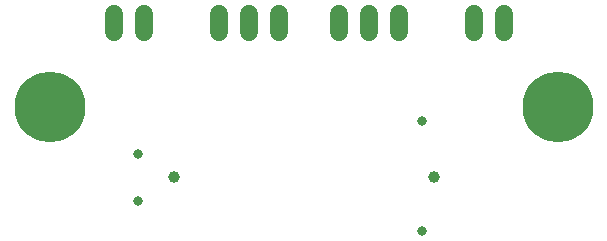
<source format=gbs>
G75*
%MOIN*%
%OFA0B0*%
%FSLAX25Y25*%
%IPPOS*%
%LPD*%
%AMOC8*
5,1,8,0,0,1.08239X$1,22.5*
%
%ADD10C,0.06000*%
%ADD11C,0.03937*%
%ADD12C,0.23622*%
%ADD13C,0.03150*%
D10*
X0060822Y0112429D02*
X0060822Y0118429D01*
X0070822Y0118429D02*
X0070822Y0112429D01*
X0095822Y0112429D02*
X0095822Y0118429D01*
X0105822Y0118429D02*
X0105822Y0112429D01*
X0115822Y0112429D02*
X0115822Y0118429D01*
X0135822Y0118429D02*
X0135822Y0112429D01*
X0145822Y0112429D02*
X0145822Y0118429D01*
X0155822Y0118429D02*
X0155822Y0112429D01*
X0180822Y0112429D02*
X0180822Y0118429D01*
X0190822Y0118429D02*
X0190822Y0112429D01*
D11*
X0167554Y0064051D03*
X0080940Y0064051D03*
D12*
X0039602Y0087673D03*
X0208893Y0087673D03*
D13*
X0069129Y0056177D03*
X0069129Y0071925D03*
X0163617Y0082752D03*
X0163617Y0046335D03*
M02*

</source>
